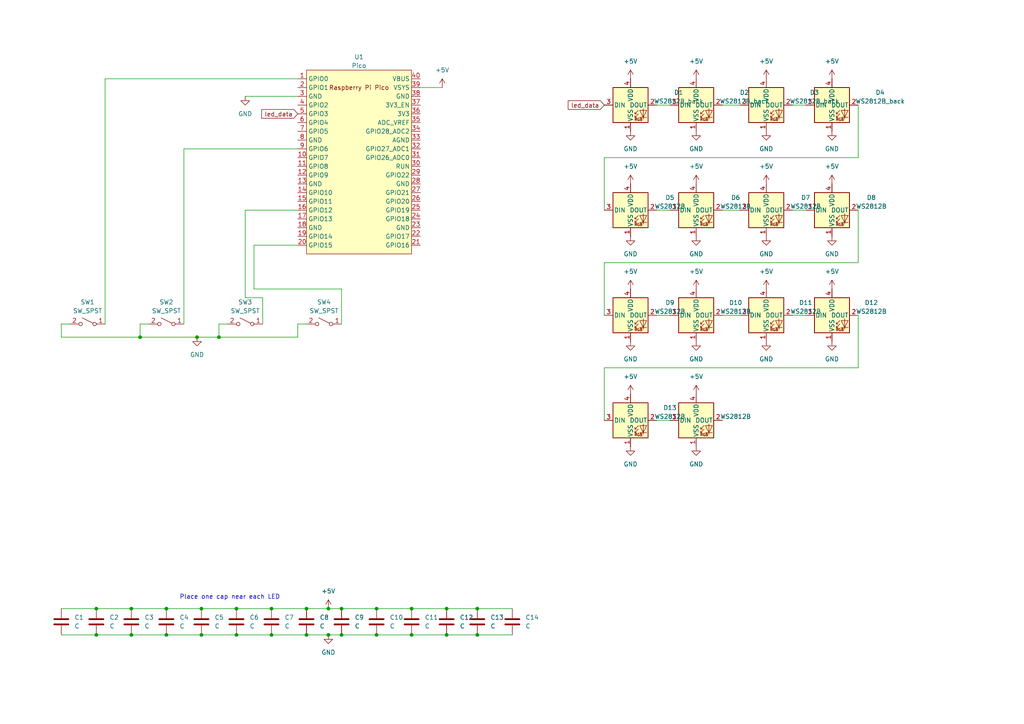
<source format=kicad_sch>
(kicad_sch (version 20230121) (generator eeschema)
  (paper "A4")
  (lib_symbols
    (symbol "Device:C" (pin_numbers hide) (pin_names (offset 0.254))
      (property "Reference" "C" (at 0.635 2.54 0))
      (property "Value" "C" (at 0.635 -2.54 0))
      (symbol "C_0_1"
        (polyline (pts (xy -2.032 -0.762) (xy 2.032 -0.762)) (stroke (width 0.508)))
        (polyline (pts (xy -2.032 0.762) (xy 2.032 0.762)) (stroke (width 0.508)))
      )
      (symbol "C_1_1"
        (pin passive line (at 0 3.81 270) (length 2.794) (name "~") (number "1"))
        (pin passive line (at 0 -3.81 90) (length 2.794) (name "~") (number "2"))
      )
    )
    (symbol "MCU_RaspberryPi_and_Boards:Pico"
      (property "Reference" "U" (at -13.97 27.94 0))
      (property "Value" "Pico" (at 0 19.05 0))
      (symbol "Pico_0_0"
        (text "Raspberry Pi Pico" (at 0 21.59 0) (effects (font (size 1.27 1.27))))
      )
      (symbol "Pico_0_1"
        (rectangle (start -15.24 26.67) (end 15.24 -26.67) (fill (type background)))
      )
      (symbol "Pico_1_1"
        (pin bidirectional line (at -17.78 24.13 0) (length 2.54) (name "GPIO0") (number "1"))
        (pin bidirectional line (at -17.78 1.27 0) (length 2.54) (name "GPIO7") (number "10"))
        (pin bidirectional line (at -17.78 -1.27 0) (length 2.54) (name "GPIO8") (number "11"))
        (pin bidirectional line (at -17.78 -3.81 0) (length 2.54) (name "GPIO9") (number "12"))
        (pin power_in line (at -17.78 -6.35 0) (length 2.54) (name "GND") (number "13"))
        (pin bidirectional line (at -17.78 -8.89 0) (length 2.54) (name "GPIO10") (number "14"))
        (pin bidirectional line (at -17.78 -11.43 0) (length 2.54) (name "GPIO11") (number "15"))
        (pin bidirectional line (at -17.78 -13.97 0) (length 2.54) (name "GPIO12") (number "16"))
        (pin bidirectional line (at -17.78 -16.51 0) (length 2.54) (name "GPIO13") (number "17"))
        (pin power_in line (at -17.78 -19.05 0) (length 2.54) (name "GND") (number "18"))
        (pin bidirectional line (at -17.78 -21.59 0) (length 2.54) (name "GPIO14") (number "19"))
        (pin bidirectional line (at -17.78 21.59 0) (length 2.54) (name "GPIO1") (number "2"))
        (pin bidirectional line (at -17.78 -24.13 0) (length 2.54) (name "GPIO15") (number "20"))
        (pin bidirectional line (at 17.78 -24.13 180) (length 2.54) (name "GPIO16") (number "21"))
        (pin bidirectional line (at 17.78 -21.59 180) (length 2.54) (name "GPIO17") (number "22"))
        (pin power_in line (at 17.78 -19.05 180) (length 2.54) (name "GND") (number "23"))
        (pin bidirectional line (at 17.78 -16.51 180) (length 2.54) (name "GPIO18") (number "24"))
        (pin bidirectional line (at 17.78 -13.97 180) (length 2.54) (name "GPIO19") (number "25"))
        (pin bidirectional line (at 17.78 -11.43 180) (length 2.54) (name "GPIO20") (number "26"))
        (pin bidirectional line (at 17.78 -8.89 180) (length 2.54) (name "GPIO21") (number "27"))
        (pin power_in line (at 17.78 -6.35 180) (length 2.54) (name "GND") (number "28"))
        (pin bidirectional line (at 17.78 -3.81 180) (length 2.54) (name "GPIO22") (number "29"))
        (pin power_in line (at -17.78 19.05 0) (length 2.54) (name "GND") (number "3"))
        (pin input line (at 17.78 -1.27 180) (length 2.54) (name "RUN") (number "30"))
        (pin bidirectional line (at 17.78 1.27 180) (length 2.54) (name "GPIO26_ADC0") (number "31"))
        (pin bidirectional line (at 17.78 3.81 180) (length 2.54) (name "GPIO27_ADC1") (number "32"))
        (pin power_in line (at 17.78 6.35 180) (length 2.54) (name "AGND") (number "33"))
        (pin bidirectional line (at 17.78 8.89 180) (length 2.54) (name "GPIO28_ADC2") (number "34"))
        (pin power_in line (at 17.78 11.43 180) (length 2.54) (name "ADC_VREF") (number "35"))
        (pin power_in line (at 17.78 13.97 180) (length 2.54) (name "3V3") (number "36"))
        (pin input line (at 17.78 16.51 180) (length 2.54) (name "3V3_EN") (number "37"))
        (pin bidirectional line (at 17.78 19.05 180) (length 2.54) (name "GND") (number "38"))
        (pin power_in line (at 17.78 21.59 180) (length 2.54) (name "VSYS") (number "39"))
        (pin bidirectional line (at -17.78 16.51 0) (length 2.54) (name "GPIO2") (number "4"))
        (pin power_in line (at 17.78 24.13 180) (length 2.54) (name "VBUS") (number "40"))
        (pin bidirectional line (at -17.78 13.97 0) (length 2.54) (name "GPIO3") (number "5"))
        (pin bidirectional line (at -17.78 11.43 0) (length 2.54) (name "GPIO4") (number "6"))
        (pin bidirectional line (at -17.78 8.89 0) (length 2.54) (name "GPIO5") (number "7"))
        (pin power_in line (at -17.78 6.35 0) (length 2.54) (name "GND") (number "8"))
        (pin bidirectional line (at -17.78 3.81 0) (length 2.54) (name "GPIO6") (number "9"))
      )
    )
    (symbol "Switch:SW_SPST" (pin_names (offset 0) hide)
      (property "Reference" "SW" (at 0 3.175 0))
      (property "Value" "SW_SPST" (at 0 -2.54 0))
      (symbol "SW_SPST_0_0"
        (circle (center -2.032 0) (radius 0.508))
        (polyline (pts (xy -1.524 0.254) (xy 1.524 1.778)))
        (circle (center 2.032 0) (radius 0.508))
      )
      (symbol "SW_SPST_1_1"
        (pin passive line (at -5.08 0 0) (length 2.54) (name "A") (number "1"))
        (pin passive line (at 5.08 0 180) (length 2.54) (name "B") (number "2"))
      )
    )
    (symbol "led:SK6812" (pin_names (offset 0.254))
      (property "Reference" "D" (at 5.08 5.715 0))
      (property "Value" "WS2812B" (at 1.27 -5.715 0))
      (symbol "SK6812_0_0"
        (text "RGB" (at 2.286 -4.191 0) (effects (font (size 0.762 0.762))))
      )
      (symbol "SK6812_0_1"
        (polyline (pts (xy 1.27 -3.556) (xy 1.778 -3.556)))
        (polyline (pts (xy 1.27 -2.54) (xy 1.778 -2.54)))
        (polyline (pts (xy 4.699 -3.556) (xy 2.667 -3.556)))
        (polyline (pts (xy 2.286 -2.54) (xy 1.27 -3.556) (xy 1.27 -3.048)))
        (polyline (pts (xy 2.286 -1.524) (xy 1.27 -2.54) (xy 1.27 -2.032)))
        (polyline (pts (xy 3.683 -1.016) (xy 3.683 -3.556) (xy 3.683 -4.064)))
        (polyline (pts (xy 4.699 -1.524) (xy 2.667 -1.524) (xy 3.683 -3.556) (xy 4.699 -1.524)))
        (rectangle (start 5.08 5.08) (end -5.08 -5.08) (stroke (width 0.254)) (fill (type background)))
      )
      (symbol "SK6812_1_1"
        (pin power_in line (at 0 -7.62 90) (length 2.54) (name "VSS") (number "1"))
        (pin output line (at 7.62 0 180) (length 2.54) (name "DOUT") (number "2"))
        (pin input line (at -7.62 0 0) (length 2.54) (name "DIN") (number "3"))
        (pin power_in line (at 0 7.62 270) (length 2.54) (name "VDD") (number "4"))
      )
    )
    (symbol "power:+5V" (power) (pin_names (offset 0))
      (property "Value" "+5V" (at 0 3.556 0))
      (symbol "+5V_0_1"
        (polyline (pts (xy -0.762 1.27) (xy 0 2.54)))
        (polyline (pts (xy 0 0) (xy 0 2.54)))
        (polyline (pts (xy 0 2.54) (xy 0.762 1.27)))
      )
      (symbol "+5V_1_1"
        (pin power_in line (at 0 0 90) (length 0) hide (name "+5V") (number "1"))
      )
    )
    (symbol "power:GND" (power) (pin_names (offset 0))
      (property "Value" "GND" (at 0 -3.81 0))
      (symbol "GND_0_1"
        (polyline (pts (xy 0 0) (xy 0 -1.27) (xy 1.27 -1.27) (xy 0 -2.54) (xy -1.27 -1.27) (xy 0 -1.27)))
      )
      (symbol "GND_1_1"
        (pin power_in line (at 0 0 270) (length 0) hide (name "GND") (number "1"))
      )
    )
  )
  (junction (at 57.15 97.79))
  (junction (at 27.94 176.53))
  (junction (at 68.58 176.53))
  (junction (at 48.26 176.53))
  (junction (at 78.74 176.53))
  (junction (at 48.26 184.15))
  (junction (at 78.74 184.15))
  (junction (at 99.06 184.15))
  (junction (at 27.94 184.15))
  (junction (at 58.42 184.15))
  (junction (at 38.1 184.15))
  (junction (at 88.9 176.53))
  (junction (at 129.54 176.53))
  (junction (at 138.43 184.15))
  (junction (at 109.22 184.15))
  (junction (at 58.42 176.53))
  (junction (at 68.58 184.15))
  (junction (at 99.06 176.53))
  (junction (at 138.43 176.53))
  (junction (at 40.64 97.79))
  (junction (at 119.38 176.53))
  (junction (at 63.5 97.79))
  (junction (at 119.38 184.15))
  (junction (at 109.22 176.53))
  (junction (at 129.54 184.15))
  (junction (at 95.25 184.15))
  (junction (at 38.1 176.53))
  (junction (at 88.9 184.15))
  (junction (at 95.25 176.53))
  (wire (pts (xy 63.5 93.98) (xy 66.04 93.98)))
  (wire (pts (xy 17.78 93.98) (xy 20.32 93.98)))
  (wire (pts (xy 17.78 97.79) (xy 40.64 97.79)))
  (wire (pts (xy 53.34 43.18) (xy 53.34 93.98)))
  (wire (pts (xy 248.92 91.44) (xy 248.92 106.68)))
  (wire (pts (xy 58.42 184.15) (xy 68.58 184.15)))
  (wire (pts (xy 109.22 184.15) (xy 119.38 184.15)))
  (wire (pts (xy 138.43 176.53) (xy 148.59 176.53)))
  (wire (pts (xy 190.5 121.92) (xy 194.31 121.92)))
  (wire (pts (xy 86.36 93.98) (xy 86.36 97.79)))
  (wire (pts (xy 99.06 176.53) (xy 109.22 176.53)))
  (wire (pts (xy 78.74 176.53) (xy 88.9 176.53)))
  (wire (pts (xy 209.55 91.44) (xy 214.63 91.44)))
  (wire (pts (xy 48.26 184.15) (xy 58.42 184.15)))
  (wire (pts (xy 99.06 83.82) (xy 99.06 93.98)))
  (wire (pts (xy 48.26 176.53) (xy 58.42 176.53)))
  (wire (pts (xy 248.92 60.96) (xy 248.92 76.2)))
  (wire (pts (xy 175.26 106.68) (xy 248.92 106.68)))
  (wire (pts (xy 119.38 184.15) (xy 129.54 184.15)))
  (wire (pts (xy 53.34 43.18) (xy 86.36 43.18)))
  (wire (pts (xy 17.78 184.15) (xy 27.94 184.15)))
  (wire (pts (xy 71.12 86.36) (xy 76.2 86.36)))
  (wire (pts (xy 73.66 71.12) (xy 86.36 71.12)))
  (wire (pts (xy 95.25 176.53) (xy 99.06 176.53)))
  (wire (pts (xy 119.38 176.53) (xy 129.54 176.53)))
  (wire (pts (xy 88.9 176.53) (xy 95.25 176.53)))
  (wire (pts (xy 40.64 97.79) (xy 57.15 97.79)))
  (wire (pts (xy 209.55 60.96) (xy 214.63 60.96)))
  (wire (pts (xy 190.5 60.96) (xy 194.31 60.96)))
  (wire (pts (xy 175.26 76.2) (xy 175.26 91.44)))
  (wire (pts (xy 121.92 25.4) (xy 128.27 25.4)))
  (wire (pts (xy 38.1 176.53) (xy 48.26 176.53)))
  (wire (pts (xy 73.66 83.82) (xy 99.06 83.82)))
  (wire (pts (xy 229.87 60.96) (xy 233.68 60.96)))
  (wire (pts (xy 71.12 60.96) (xy 71.12 86.36)))
  (wire (pts (xy 86.36 22.86) (xy 30.48 22.86)))
  (wire (pts (xy 86.36 93.98) (xy 88.9 93.98)))
  (wire (pts (xy 63.5 93.98) (xy 63.5 97.79)))
  (wire (pts (xy 190.5 91.44) (xy 194.31 91.44)))
  (wire (pts (xy 73.66 71.12) (xy 73.66 83.82)))
  (wire (pts (xy 58.42 176.53) (xy 68.58 176.53)))
  (wire (pts (xy 30.48 22.86) (xy 30.48 93.98)))
  (wire (pts (xy 17.78 176.53) (xy 27.94 176.53)))
  (wire (pts (xy 17.78 93.98) (xy 17.78 97.79)))
  (wire (pts (xy 190.5 30.48) (xy 194.31 30.48)))
  (wire (pts (xy 57.15 97.79) (xy 63.5 97.79)))
  (wire (pts (xy 63.5 97.79) (xy 86.36 97.79)))
  (wire (pts (xy 40.64 93.98) (xy 40.64 97.79)))
  (wire (pts (xy 71.12 27.94) (xy 86.36 27.94)))
  (wire (pts (xy 76.2 86.36) (xy 76.2 93.98)))
  (wire (pts (xy 229.87 91.44) (xy 233.68 91.44)))
  (wire (pts (xy 209.55 30.48) (xy 214.63 30.48)))
  (wire (pts (xy 248.92 30.48) (xy 248.92 45.72)))
  (wire (pts (xy 88.9 184.15) (xy 95.25 184.15)))
  (wire (pts (xy 109.22 176.53) (xy 119.38 176.53)))
  (wire (pts (xy 129.54 184.15) (xy 138.43 184.15)))
  (wire (pts (xy 138.43 184.15) (xy 148.59 184.15)))
  (wire (pts (xy 27.94 184.15) (xy 38.1 184.15)))
  (wire (pts (xy 175.26 76.2) (xy 248.92 76.2)))
  (wire (pts (xy 175.26 45.72) (xy 248.92 45.72)))
  (wire (pts (xy 40.64 93.98) (xy 43.18 93.98)))
  (wire (pts (xy 129.54 176.53) (xy 138.43 176.53)))
  (wire (pts (xy 68.58 176.53) (xy 78.74 176.53)))
  (wire (pts (xy 175.26 45.72) (xy 175.26 60.96)))
  (wire (pts (xy 95.25 184.15) (xy 99.06 184.15)))
  (wire (pts (xy 175.26 106.68) (xy 175.26 121.92)))
  (wire (pts (xy 27.94 176.53) (xy 38.1 176.53)))
  (wire (pts (xy 229.87 30.48) (xy 233.68 30.48)))
  (wire (pts (xy 38.1 184.15) (xy 48.26 184.15)))
  (wire (pts (xy 99.06 184.15) (xy 109.22 184.15)))
  (wire (pts (xy 68.58 184.15) (xy 78.74 184.15)))
  (wire (pts (xy 86.36 60.96) (xy 71.12 60.96)))
  (wire (pts (xy 78.74 184.15) (xy 88.9 184.15)))
  (text "Place one cap near each LED" (at 52.07 173.99 0) (effects (font (size 1.27 1.27)) (justify left bottom)))
  (global_label "led_data" (shape input) (at 175.26 30.48 180) (property "Intersheetrefs" "${INTERSHEET_REFS}" (effects hide)))
  (global_label "led_data" (shape input) (at 86.36 33.02 180) (property "Intersheetrefs" "${INTERSHEET_REFS}" (effects hide)))
  (symbol (lib_id "Switch:SW_SPST") (at 48.26 93.98 0) (mirror y) (unit 1)
    (property "Reference" "SW2" (at 48.26 87.63 0))
    (property "Value" "SW_SPST" (at 48.26 90.17 0))
    (property "Footprint" "buttons:SW_Gateron_MX_1.00u_Plate" (effects hide))
  )
  (symbol (lib_id "Device:C") (at 99.06 180.34 0) (unit 1)
    (property "Reference" "C9" (at 102.87 179.0699 0) (effects (justify left)))
    (property "Value" "C" (at 102.87 181.6099 0) (effects (justify left)))
    (property "Footprint" "Capacitor_SMD:C_0603_1608Metric" (effects hide))
  )
  (symbol (lib_id "led:SK6812") (at 182.88 60.96 0) (unit 1)
    (property "Reference" "D5" (at 194.31 57.3121 0))
    (property "Value" "WS2812B" (at 194.31 59.8521 0))
    (property "Footprint" "adafruit:Neopixel - Slim Flat" (effects hide))
    (property "Datasheet" "https://cdn-shop.adafruit.com/datasheets/WS2812B.pdf" (effects hide))
  )
  (symbol (lib_id "Device:C") (at 109.22 180.34 0) (unit 1)
    (property "Reference" "C10" (at 113.03 179.0699 0) (effects (justify left)))
    (property "Value" "C" (at 113.03 181.6099 0) (effects (justify left)))
    (property "Footprint" "Capacitor_SMD:C_0603_1608Metric" (effects hide))
  )
  (symbol (lib_id "power:+5V") (at 201.93 83.82 0) (unit 1)
    (property "Reference" "#PWR0104" (effects hide))
    (property "Value" "+5V" (at 201.93 78.74 0))
  )
  (symbol (lib_id "Device:C") (at 68.58 180.34 0) (unit 1)
    (property "Reference" "C6" (at 72.39 179.0699 0) (effects (justify left)))
    (property "Value" "C" (at 72.39 181.6099 0) (effects (justify left)))
    (property "Footprint" "Capacitor_SMD:C_0603_1608Metric" (effects hide))
  )
  (symbol (lib_id "Switch:SW_SPST") (at 25.4 93.98 0) (mirror y) (unit 1)
    (property "Reference" "SW1" (at 25.4 87.63 0))
    (property "Value" "SW_SPST" (at 25.4 90.17 0))
    (property "Footprint" "buttons:SW_Gateron_MX_1.00u_Plate" (effects hide))
  )
  (symbol (lib_id "Device:C") (at 148.59 180.34 0) (unit 1)
    (property "Reference" "C14" (at 152.4 179.0699 0) (effects (justify left)))
    (property "Value" "C" (at 152.4 181.6099 0) (effects (justify left)))
    (property "Footprint" "Capacitor_SMD:C_0603_1608Metric" (effects hide))
  )
  (symbol (lib_id "power:GND") (at 222.25 99.06 0) (unit 1)
    (property "Reference" "#PWR0127" (effects hide))
    (property "Value" "GND" (at 222.25 104.14 0))
  )
  (symbol (lib_id "led:SK6812") (at 182.88 91.44 0) (unit 1)
    (property "Reference" "D9" (at 194.31 87.7921 0))
    (property "Value" "WS2812B" (at 194.31 90.3321 0))
    (property "Footprint" "adafruit:Neopixel - Slim Flat" (effects hide))
    (property "Datasheet" "https://cdn-shop.adafruit.com/datasheets/WS2812B.pdf" (effects hide))
  )
  (symbol (lib_id "power:GND") (at 71.12 27.94 0) (unit 1)
    (property "Reference" "#PWR0141" (effects hide))
    (property "Value" "GND" (at 71.12 33.02 0))
  )
  (symbol (lib_id "power:GND") (at 201.93 99.06 0) (unit 1)
    (property "Reference" "#PWR0122" (effects hide))
    (property "Value" "GND" (at 201.93 104.14 0))
  )
  (symbol (lib_id "led:SK6812") (at 222.25 60.96 0) (unit 1)
    (property "Reference" "D7" (at 233.68 57.3121 0))
    (property "Value" "WS2812B" (at 233.68 59.8521 0))
    (property "Footprint" "adafruit:Neopixel - Slim Flat" (effects hide))
    (property "Datasheet" "https://cdn-shop.adafruit.com/datasheets/WS2812B.pdf" (effects hide))
  )
  (symbol (lib_id "power:GND") (at 222.25 38.1 0) (unit 1)
    (property "Reference" "#PWR0103" (effects hide))
    (property "Value" "GND" (at 222.25 43.18 0))
  )
  (symbol (lib_id "power:GND") (at 222.25 68.58 0) (unit 1)
    (property "Reference" "#PWR0107" (effects hide))
    (property "Value" "GND" (at 222.25 73.66 0))
  )
  (symbol (lib_id "led:SK6812") (at 201.93 121.92 0) (unit 1)
    (property "Reference" "D14" (effects hide))
    (property "Value" "WS2812B" (at 213.36 120.8121 0))
    (property "Footprint" "adafruit:Neopixel - Slim Flat" (effects hide))
    (property "Datasheet" "https://cdn-shop.adafruit.com/datasheets/WS2812B.pdf" (effects hide))
  )
  (symbol (lib_id "led:SK6812") (at 201.93 30.48 0) (unit 1)
    (property "Reference" "D2" (at 215.9 26.8321 0))
    (property "Value" "WS2812B_back" (at 215.9 29.3721 0))
    (property "Footprint" "adafruit:Neopixel - Slim Flat - Down" (effects hide))
    (property "Datasheet" "https://cdn-shop.adafruit.com/datasheets/WS2812B.pdf" (effects hide))
  )
  (symbol (lib_id "Device:C") (at 78.74 180.34 0) (unit 1)
    (property "Reference" "C7" (at 82.55 179.0699 0) (effects (justify left)))
    (property "Value" "C" (at 82.55 181.6099 0) (effects (justify left)))
    (property "Footprint" "Capacitor_SMD:C_0603_1608Metric" (effects hide))
  )
  (symbol (lib_id "power:+5V") (at 182.88 83.82 0) (unit 1)
    (property "Reference" "#PWR0105" (effects hide))
    (property "Value" "+5V" (at 182.88 78.74 0))
  )
  (symbol (lib_id "power:GND") (at 57.15 97.79 0) (unit 1)
    (property "Reference" "#PWR0137" (effects hide))
    (property "Value" "GND" (at 57.15 102.87 0))
  )
  (symbol (lib_id "power:+5V") (at 201.93 53.34 0) (unit 1)
    (property "Reference" "#PWR0113" (effects hide))
    (property "Value" "+5V" (at 201.93 48.26 0))
  )
  (symbol (lib_id "MCU_RaspberryPi_and_Boards:Pico") (at 104.14 46.99 0) (unit 1)
    (property "Reference" "U1" (at 104.14 16.51 0))
    (property "Value" "Pico" (at 104.14 19.05 0))
    (property "Footprint" "raspi:RPi_Pico_TH" (effects hide))
  )
  (symbol (lib_id "power:+5V") (at 241.3 22.86 0) (unit 1)
    (property "Reference" "#PWR0101" (effects hide))
    (property "Value" "+5V" (at 241.3 17.78 0))
  )
  (symbol (lib_id "power:GND") (at 241.3 38.1 0) (unit 1)
    (property "Reference" "#PWR0102" (effects hide))
    (property "Value" "GND" (at 241.3 43.18 0))
  )
  (symbol (lib_id "Device:C") (at 38.1 180.34 0) (unit 1)
    (property "Reference" "C3" (at 41.91 179.0699 0) (effects (justify left)))
    (property "Value" "C" (at 41.91 181.6099 0) (effects (justify left)))
    (property "Footprint" "Capacitor_SMD:C_0603_1608Metric" (effects hide))
  )
  (symbol (lib_id "power:+5V") (at 182.88 53.34 0) (unit 1)
    (property "Reference" "#PWR0118" (effects hide))
    (property "Value" "+5V" (at 182.88 48.26 0))
  )
  (symbol (lib_id "power:GND") (at 95.25 184.15 0) (unit 1)
    (property "Reference" "#PWR0139" (effects hide))
    (property "Value" "GND" (at 95.25 189.23 0))
  )
  (symbol (lib_id "power:+5V") (at 128.27 25.4 0) (unit 1)
    (property "Reference" "#PWR0133" (effects hide))
    (property "Value" "+5V" (at 128.27 20.32 0))
  )
  (symbol (lib_id "led:SK6812") (at 241.3 60.96 0) (unit 1)
    (property "Reference" "D8" (at 252.73 57.3121 0))
    (property "Value" "WS2812B" (at 252.73 59.8521 0))
    (property "Footprint" "adafruit:Neopixel - Slim Flat" (effects hide))
    (property "Datasheet" "https://cdn-shop.adafruit.com/datasheets/WS2812B.pdf" (effects hide))
  )
  (symbol (lib_id "power:GND") (at 182.88 68.58 0) (unit 1)
    (property "Reference" "#PWR0106" (effects hide))
    (property "Value" "GND" (at 182.88 73.66 0))
  )
  (symbol (lib_id "power:GND") (at 182.88 129.54 0) (unit 1)
    (property "Reference" "#PWR0126" (effects hide))
    (property "Value" "GND" (at 182.88 134.62 0))
  )
  (symbol (lib_id "power:GND") (at 182.88 99.06 0) (unit 1)
    (property "Reference" "#PWR0128" (effects hide))
    (property "Value" "GND" (at 182.88 104.14 0))
  )
  (symbol (lib_id "Device:C") (at 88.9 180.34 0) (unit 1)
    (property "Reference" "C8" (at 92.71 179.0699 0) (effects (justify left)))
    (property "Value" "C" (at 92.71 181.6099 0) (effects (justify left)))
    (property "Footprint" "Capacitor_SMD:C_0603_1608Metric" (effects hide))
  )
  (symbol (lib_id "power:GND") (at 201.93 38.1 0) (unit 1)
    (property "Reference" "#PWR0115" (effects hide))
    (property "Value" "GND" (at 201.93 43.18 0))
  )
  (symbol (lib_id "Device:C") (at 129.54 180.34 0) (unit 1)
    (property "Reference" "C12" (at 133.35 179.0699 0) (effects (justify left)))
    (property "Value" "C" (at 133.35 181.6099 0) (effects (justify left)))
    (property "Footprint" "Capacitor_SMD:C_0603_1608Metric" (effects hide))
  )
  (symbol (lib_id "led:SK6812") (at 241.3 91.44 0) (unit 1)
    (property "Reference" "D12" (at 252.73 87.7921 0))
    (property "Value" "WS2812B" (at 252.73 90.3321 0))
    (property "Footprint" "adafruit:Neopixel - Slim Flat" (effects hide))
    (property "Datasheet" "https://cdn-shop.adafruit.com/datasheets/WS2812B.pdf" (effects hide))
  )
  (symbol (lib_id "led:SK6812") (at 182.88 30.48 0) (unit 1)
    (property "Reference" "D1" (at 196.85 26.8321 0))
    (property "Value" "WS2812B_back" (at 196.85 29.3721 0))
    (property "Footprint" "adafruit:Neopixel - Slim Flat - Down" (effects hide))
    (property "Datasheet" "https://cdn-shop.adafruit.com/datasheets/WS2812B.pdf" (effects hide))
  )
  (symbol (lib_id "power:+5V") (at 222.25 22.86 0) (unit 1)
    (property "Reference" "#PWR0114" (effects hide))
    (property "Value" "+5V" (at 222.25 17.78 0))
  )
  (symbol (lib_id "Device:C") (at 48.26 180.34 0) (unit 1)
    (property "Reference" "C4" (at 52.07 179.0699 0) (effects (justify left)))
    (property "Value" "C" (at 52.07 181.6099 0) (effects (justify left)))
    (property "Footprint" "Capacitor_SMD:C_0603_1608Metric" (effects hide))
  )
  (symbol (lib_id "power:GND") (at 241.3 68.58 0) (unit 1)
    (property "Reference" "#PWR0110" (effects hide))
    (property "Value" "GND" (at 241.3 73.66 0))
  )
  (symbol (lib_id "power:+5V") (at 222.25 83.82 0) (unit 1)
    (property "Reference" "#PWR0109" (effects hide))
    (property "Value" "+5V" (at 222.25 78.74 0))
  )
  (symbol (lib_id "Switch:SW_SPST") (at 93.98 93.98 0) (mirror y) (unit 1)
    (property "Reference" "SW4" (at 93.98 87.63 0))
    (property "Value" "SW_SPST" (at 93.98 90.17 0))
    (property "Footprint" "buttons:SW_Gateron_MX_1.00u_Plate" (effects hide))
  )
  (symbol (lib_id "led:SK6812") (at 241.3 30.48 0) (unit 1)
    (property "Reference" "D4" (at 255.27 26.8321 0))
    (property "Value" "WS2812B_back" (at 255.27 29.3721 0))
    (property "Footprint" "adafruit:Neopixel - Slim Flat - Down" (effects hide))
    (property "Datasheet" "https://cdn-shop.adafruit.com/datasheets/WS2812B.pdf" (effects hide))
  )
  (symbol (lib_id "power:+5V") (at 182.88 114.3 0) (unit 1)
    (property "Reference" "#PWR0125" (effects hide))
    (property "Value" "+5V" (at 182.88 109.22 0))
  )
  (symbol (lib_id "Device:C") (at 119.38 180.34 0) (unit 1)
    (property "Reference" "C11" (at 123.19 179.0699 0) (effects (justify left)))
    (property "Value" "C" (at 123.19 181.6099 0) (effects (justify left)))
    (property "Footprint" "Capacitor_SMD:C_0603_1608Metric" (effects hide))
  )
  (symbol (lib_id "power:+5V") (at 201.93 114.3 0) (unit 1)
    (property "Reference" "#PWR0124" (effects hide))
    (property "Value" "+5V" (at 201.93 109.22 0))
  )
  (symbol (lib_id "led:SK6812") (at 222.25 30.48 0) (unit 1)
    (property "Reference" "D3" (at 236.22 26.8321 0))
    (property "Value" "WS2812B_back" (at 236.22 29.3721 0))
    (property "Footprint" "adafruit:Neopixel - Slim Flat - Down" (effects hide))
    (property "Datasheet" "https://cdn-shop.adafruit.com/datasheets/WS2812B.pdf" (effects hide))
  )
  (symbol (lib_id "power:GND") (at 182.88 38.1 0) (unit 1)
    (property "Reference" "#PWR0117" (effects hide))
    (property "Value" "GND" (at 182.88 43.18 0))
  )
  (symbol (lib_id "power:+5V") (at 222.25 53.34 0) (unit 1)
    (property "Reference" "#PWR0111" (effects hide))
    (property "Value" "+5V" (at 222.25 48.26 0))
  )
  (symbol (lib_id "led:SK6812") (at 201.93 60.96 0) (unit 1)
    (property "Reference" "D6" (at 213.36 57.3121 0))
    (property "Value" "WS2812B" (at 213.36 59.8521 0))
    (property "Footprint" "adafruit:Neopixel - Slim Flat" (effects hide))
    (property "Datasheet" "https://cdn-shop.adafruit.com/datasheets/WS2812B.pdf" (effects hide))
  )
  (symbol (lib_id "power:GND") (at 201.93 129.54 0) (unit 1)
    (property "Reference" "#PWR0129" (effects hide))
    (property "Value" "GND" (at 201.93 134.62 0))
  )
  (symbol (lib_id "power:+5V") (at 95.25 176.53 0) (unit 1)
    (property "Reference" "#PWR0138" (effects hide))
    (property "Value" "+5V" (at 95.25 171.45 0))
  )
  (symbol (lib_id "led:SK6812") (at 182.88 121.92 0) (unit 1)
    (property "Reference" "D13" (at 194.31 118.2721 0))
    (property "Value" "WS2812B" (at 194.31 120.8121 0))
    (property "Footprint" "adafruit:Neopixel - Slim Flat" (effects hide))
    (property "Datasheet" "https://cdn-shop.adafruit.com/datasheets/WS2812B.pdf" (effects hide))
  )
  (symbol (lib_id "power:+5V") (at 182.88 22.86 0) (unit 1)
    (property "Reference" "#PWR0116" (effects hide))
    (property "Value" "+5V" (at 182.88 17.78 0))
  )
  (symbol (lib_id "power:GND") (at 241.3 99.06 0) (unit 1)
    (property "Reference" "#PWR0123" (effects hide))
    (property "Value" "GND" (at 241.3 104.14 0))
  )
  (symbol (lib_id "Device:C") (at 27.94 180.34 0) (unit 1)
    (property "Reference" "C2" (at 31.75 179.0699 0) (effects (justify left)))
    (property "Value" "C" (at 31.75 181.6099 0) (effects (justify left)))
    (property "Footprint" "Capacitor_SMD:C_0603_1608Metric" (effects hide))
  )
  (symbol (lib_id "power:+5V") (at 241.3 53.34 0) (unit 1)
    (property "Reference" "#PWR0120" (effects hide))
    (property "Value" "+5V" (at 241.3 48.26 0))
  )
  (symbol (lib_id "Device:C") (at 58.42 180.34 0) (unit 1)
    (property "Reference" "C5" (at 62.23 179.0699 0) (effects (justify left)))
    (property "Value" "C" (at 62.23 181.6099 0) (effects (justify left)))
    (property "Footprint" "Capacitor_SMD:C_0603_1608Metric" (effects hide))
  )
  (symbol (lib_id "led:SK6812") (at 222.25 91.44 0) (unit 1)
    (property "Reference" "D11" (at 233.68 87.7921 0))
    (property "Value" "WS2812B" (at 233.68 90.3321 0))
    (property "Footprint" "adafruit:Neopixel - Slim Flat" (effects hide))
    (property "Datasheet" "https://cdn-shop.adafruit.com/datasheets/WS2812B.pdf" (effects hide))
  )
  (symbol (lib_id "Device:C") (at 17.78 180.34 0) (unit 1)
    (property "Reference" "C1" (at 21.59 179.0699 0) (effects (justify left)))
    (property "Value" "C" (at 21.59 181.6099 0) (effects (justify left)))
    (property "Footprint" "Capacitor_SMD:C_0603_1608Metric" (effects hide))
  )
  (symbol (lib_id "power:+5V") (at 241.3 83.82 0) (unit 1)
    (property "Reference" "#PWR0108" (effects hide))
    (property "Value" "+5V" (at 241.3 78.74 0))
  )
  (symbol (lib_id "power:+5V") (at 201.93 22.86 0) (unit 1)
    (property "Reference" "#PWR0112" (effects hide))
    (property "Value" "+5V" (at 201.93 17.78 0))
  )
  (symbol (lib_id "Switch:SW_SPST") (at 71.12 93.98 0) (mirror y) (unit 1)
    (property "Reference" "SW3" (at 71.12 87.63 0))
    (property "Value" "SW_SPST" (at 71.12 90.17 0))
    (property "Footprint" "buttons:SW_Gateron_MX_1.00u_Plate" (effects hide))
  )
  (symbol (lib_id "led:SK6812") (at 201.93 91.44 0) (unit 1)
    (property "Reference" "D10" (at 213.36 87.7921 0))
    (property "Value" "WS2812B" (at 213.36 90.3321 0))
    (property "Footprint" "adafruit:Neopixel - Slim Flat" (effects hide))
    (property "Datasheet" "https://cdn-shop.adafruit.com/datasheets/WS2812B.pdf" (effects hide))
  )
  (symbol (lib_id "power:GND") (at 201.93 68.58 0) (unit 1)
    (property "Reference" "#PWR0119" (effects hide))
    (property "Value" "GND" (at 201.93 73.66 0))
  )
  (symbol (lib_id "Device:C") (at 138.43 180.34 0) (unit 1)
    (property "Reference" "C13" (at 142.24 179.0699 0) (effects (justify left)))
    (property "Value" "C" (at 142.24 181.6099 0) (effects (justify left)))
    (property "Footprint" "Capacitor_SMD:C_0603_1608Metric" (effects hide))
  )
)
</source>
